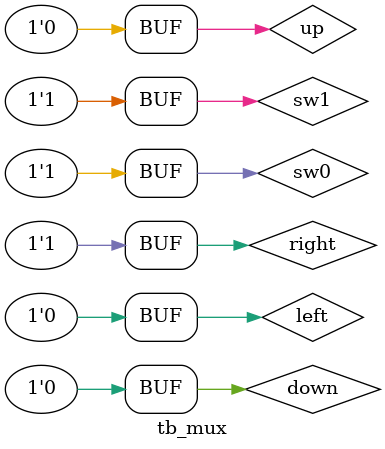
<source format=v>
`timescale 1ns / 1ps


module tb_mux;
reg sw1, sw0, up, down, left, right;
wire led0;

multiplexer m(.sw1(sw1), .sw0(sw0), .up(up), .down(down), .left(left), .right(right));

initial begin
sw1=0; sw0=0; up=0; down=0; left=0; right=0;
#10
sw1=0; sw0=0; up=1; down=0; left=0; right=0;
#10
sw1=0; sw0=0; up=0; down=1; left=1; right=0;
#10
sw1=0; sw0=1; up=0; down=0; left=1; right=0;
#10
sw1=0; sw0=1; up=1; down=0; left=1; right=0;
#10
sw1=0; sw0=1; up=0; down=0; left=0; right=0;
#10
sw1=1; sw0=0; up=0; down=0; left=0; right=0;
#10
sw1=1; sw0=0; up=0; down=1; left=0; right=0;
#10
sw1=1; sw0=0; up=1; down=0; left=0; right=0;
#10
sw1=1; sw0=1; up=0; down=0; left=0; right=0;
#10
sw1=1; sw0=1; up=0; down=1; left=0; right=0;
#10
sw1=1; sw0=1; up=0; down=0; left=0; right=1;
#10;
end
endmodule

</source>
